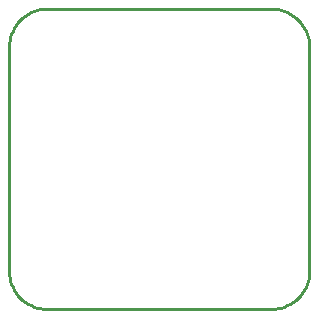
<source format=gbr>
G04 EAGLE Gerber X2 export*
%TF.Part,Single*%
%TF.FileFunction,Profile,NP*%
%TF.FilePolarity,Positive*%
%TF.GenerationSoftware,Autodesk,EAGLE,9.1.1*%
%TF.CreationDate,2018-10-01T15:01:31Z*%
G75*
%MOMM*%
%FSLAX34Y34*%
%LPD*%
%AMOC8*
5,1,8,0,0,1.08239X$1,22.5*%
G01*
%ADD10C,0.254000*%


D10*
X0Y31750D02*
X121Y28983D01*
X482Y26237D01*
X1082Y23533D01*
X1915Y20891D01*
X2975Y18332D01*
X4254Y15875D01*
X5742Y13539D01*
X7428Y11342D01*
X9299Y9299D01*
X11342Y7428D01*
X13539Y5742D01*
X15875Y4254D01*
X18332Y2975D01*
X20891Y1915D01*
X23533Y1082D01*
X26237Y482D01*
X28983Y121D01*
X31750Y0D01*
X222250Y0D01*
X225017Y121D01*
X227763Y482D01*
X230468Y1082D01*
X233109Y1915D01*
X235668Y2975D01*
X238125Y4254D01*
X240461Y5742D01*
X242659Y7428D01*
X244701Y9299D01*
X246572Y11342D01*
X248258Y13539D01*
X249746Y15875D01*
X251025Y18332D01*
X252085Y20891D01*
X252918Y23533D01*
X253518Y26237D01*
X253879Y28983D01*
X254000Y31750D01*
X254000Y222250D01*
X253879Y225017D01*
X253518Y227763D01*
X252918Y230468D01*
X252085Y233109D01*
X251025Y235668D01*
X249746Y238125D01*
X248258Y240461D01*
X246572Y242659D01*
X244701Y244701D01*
X242659Y246572D01*
X240461Y248258D01*
X238125Y249746D01*
X235668Y251025D01*
X233109Y252085D01*
X230468Y252918D01*
X227763Y253518D01*
X225017Y253879D01*
X222250Y254000D01*
X31750Y254000D01*
X28983Y253879D01*
X26237Y253518D01*
X23533Y252918D01*
X20891Y252085D01*
X18332Y251025D01*
X15875Y249746D01*
X13539Y248258D01*
X11342Y246572D01*
X9299Y244701D01*
X7428Y242659D01*
X5742Y240461D01*
X4254Y238125D01*
X2975Y235668D01*
X1915Y233109D01*
X1082Y230468D01*
X482Y227763D01*
X121Y225017D01*
X0Y222250D01*
X0Y31750D01*
M02*

</source>
